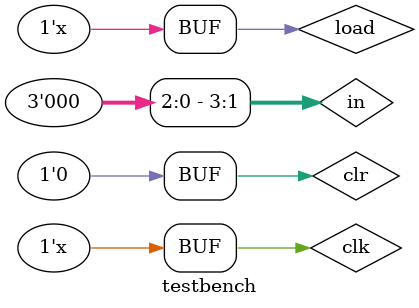
<source format=v>

module testbench ;

 reg clk,clr,load ;
 reg [3:0] in ;
 wire  out;
 
 always #20 clk = ~clk ;
 always begin
           #25 load = ~load ;
           #175 load = ~load ;
                 
        end
           
 piso DUT (in,load,clk, clr, out);
 
 initial begin
  clr =0;
  clk = 0 ;
  load = 1;
  
  repeat(5) begin
    in = $random ;
   #200 ;
  end
  
  end
   
endmodule

</source>
